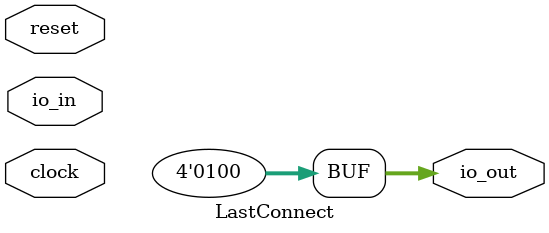
<source format=v>
module LastConnect( // @[:@3.2]
  input        clock, // @[:@4.4]
  input        reset, // @[:@5.4]
  input  [3:0] io_in, // @[:@6.4]
  output [3:0] io_out // @[:@6.4]
);
  assign io_out = 4'h4; // @[MyOperators.scala 21:10:@8.4 MyOperators.scala 22:10:@9.4 MyOperators.scala 23:10:@10.4 MyOperators.scala 24:10:@11.4]
endmodule

</source>
